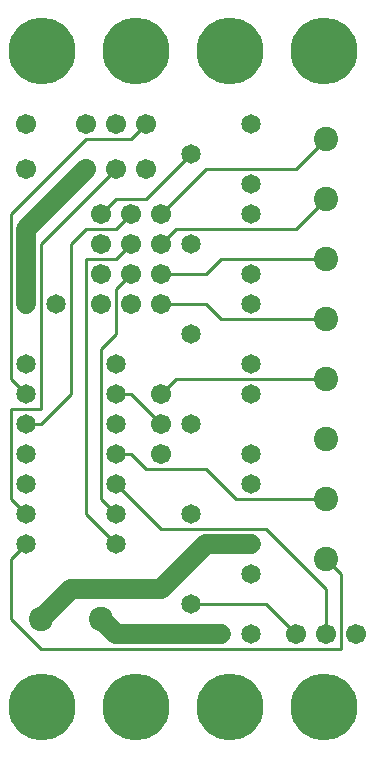
<source format=gbl>
%MOIN*%
%FSLAX25Y25*%
G04 D10 used for Character Trace; *
G04     Circle (OD=.01000) (No hole)*
G04 D11 used for Power Trace; *
G04     Circle (OD=.06700) (No hole)*
G04 D12 used for Signal Trace; *
G04     Circle (OD=.01100) (No hole)*
G04 D13 used for Via; *
G04     Circle (OD=.05800) (Round. Hole ID=.02800)*
G04 D14 used for Component hole; *
G04     Circle (OD=.06500) (Round. Hole ID=.03500)*
G04 D15 used for Component hole; *
G04     Circle (OD=.06700) (Round. Hole ID=.04300)*
G04 D16 used for Component hole; *
G04     Circle (OD=.08100) (Round. Hole ID=.05100)*
G04 D17 used for Component hole; *
G04     Circle (OD=.08900) (Round. Hole ID=.05900)*
G04 D18 used for Component hole; *
G04     Circle (OD=.11300) (Round. Hole ID=.08300)*
G04 D19 used for Component hole; *
G04     Circle (OD=.16000) (Round. Hole ID=.13000)*
G04 D20 used for Component hole; *
G04     Circle (OD=.18300) (Round. Hole ID=.15300)*
G04 D21 used for Component hole; *
G04     Circle (OD=.22291) (Round. Hole ID=.19291)*
%ADD10C,.01000*%
%ADD11C,.06700*%
%ADD12C,.01100*%
%ADD13C,.05800*%
%ADD14C,.06500*%
%ADD15C,.06700*%
%ADD16C,.08100*%
%ADD17C,.08900*%
%ADD18C,.11300*%
%ADD19C,.16000*%
%ADD20C,.18300*%
%ADD21C,.22291*%
%IPPOS*%
%LPD*%
G90*X0Y0D02*D21*X15625Y15625D03*D12*              
X15000Y35000D02*X115000D01*Y60000D01*             
X110000Y65000D01*D16*D03*D12*Y40000D02*Y55000D01* 
D15*Y40000D03*X120000D03*X100000D03*D12*          
X90000Y50000D01*X65000D01*D14*D03*D13*            
X75000Y40000D03*D11*X40000D01*X35000Y45000D01*D16*
D03*D11*X15000D02*X25000Y55000D01*D16*            
X15000Y45000D03*D11*X25000Y55000D02*X55000D01*    
X70000Y70000D01*X85000D01*D14*D03*D12*            
X110000Y55000D02*X90000Y75000D01*X55000D01*       
X40000Y90000D01*D14*D03*D12*Y80000D02*            
X35000Y85000D01*D14*X40000Y80000D03*D12*          
X35000Y85000D02*Y135000D01*X40000Y140000D01*      
Y155000D01*X45000Y160000D01*D15*D03*D12*          
X30000Y165000D02*X40000D01*X30000Y80000D02*       
Y165000D01*X40000Y70000D02*X30000Y80000D01*D14*   
X40000Y70000D03*D12*X50000Y95000D02*X70000D01*    
X80000Y85000D01*X110000D01*D16*D03*Y105000D03*D14*
X85000Y60000D03*Y100000D03*Y90000D03*Y120000D03*  
D16*X110000Y125000D03*D12*X60000D01*              
X55000Y120000D01*D15*D03*D14*X65000Y110000D03*D12*
X55000D02*X45000Y120000D01*D15*X55000Y110000D03*  
D12*X40000Y120000D02*X45000D01*D14*X40000D03*     
Y130000D03*Y110000D03*D12*X15000D02*              
X25000Y120000D01*X10000Y110000D02*X15000D01*D14*  
X10000D03*D12*X5000Y115000D02*X15000D01*          
X5000Y85000D02*Y115000D01*X10000Y80000D02*        
X5000Y85000D01*D14*X10000Y80000D03*Y90000D03*     
Y70000D03*D12*X5000Y65000D01*Y45000D01*           
X15000Y35000D01*D21*X46875Y15625D03*D14*          
X65000Y80000D03*D12*X50000Y95000D02*              
X45000Y100000D01*X40000D01*D14*D03*D15*X55000D03* 
D12*X25000Y120000D02*Y170000D01*X30000Y175000D01* 
X40000D01*X45000Y180000D01*D15*D03*D12*           
X40000Y185000D02*X50000D01*X35000Y180000D02*      
X40000Y185000D01*D15*X35000Y180000D03*            
X45000Y170000D03*D12*X40000Y165000D01*D15*        
X35000Y170000D03*Y160000D03*X55000Y150000D03*D12* 
X70000D01*X75000Y145000D01*X110000D01*D16*D03*    
Y165000D03*D12*X75000D01*X70000Y160000D01*        
X55000D01*D15*D03*D14*X65000Y170000D03*D15*       
X45000Y150000D03*X55000Y170000D03*D12*            
X60000Y175000D01*X100000D01*X110000Y185000D01*D16*
D03*D12*X70000Y195000D02*X100000D01*              
X55000Y180000D02*X70000Y195000D01*D15*            
X55000Y180000D03*D12*X50000Y185000D02*            
X65000Y200000D01*D14*D03*D15*X50000Y210000D03*D12*
X45000Y205000D01*X30000D01*X5000Y180000D01*       
Y125000D01*X10000Y120000D01*D14*D03*D12*          
X15000Y115000D02*Y170000D01*X40000Y195000D01*D15* 
D03*X50000D03*X30000D03*D11*X10000Y175000D01*     
Y150000D01*D14*D03*X20000D03*X10000Y130000D03*D15*
X35000Y150000D03*X10000Y195000D03*D14*Y100000D03* 
X65000Y140000D03*D15*X40000Y210000D03*X30000D03*  
X10000D03*D14*X85000Y130000D03*Y150000D03*        
Y160000D03*Y180000D03*Y190000D03*Y210000D03*D21*  
X78125Y234375D03*X46875D03*X15625D03*D12*         
X100000Y195000D02*X110000Y205000D01*D16*D03*D21*  
X109375Y234375D03*D14*X85000Y40000D03*D21*        
X78125Y15625D03*X109375D03*M02*                   

</source>
